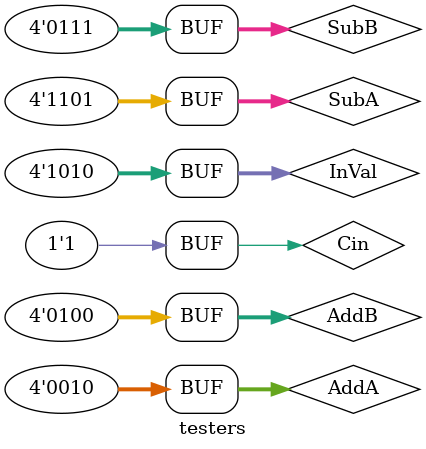
<source format=v>
`timescale 1ns/1ps
module testers();
	reg [3:0] AddA, AddB, SubA, SubB, InVal;
	reg Cin; 
	
	wire [3:0] Sum, twosC, Diff;
	wire sumCout, diffCout, sumOF, diffOF;
	
	FA4 fa4(AddA, AddB, Cin, Sum, sumCout, sumOF);
	twosComp twC(InVal, twosC);
	Rsub4 rsub(SubA, SubB, Diff, diffCout, diffOF);
	
	initial begin
		AddA = 4'b0011; AddB = 4'b1100; Cin = 1'b0; #10; //= 1111 C-0 OF-0
		AddA = 4'b1110; AddB = 4'b0011; Cin = 1'b0; #10; //= 0001 C-1 OF-1(?)
		AddA = 4'b1010; AddB = 4'b0101; Cin = 1'b1; #10; //= 0000 C-1 OF-1(?)
		AddA = 4'b0010; AddB = 4'b0100; Cin = 1'b1; #10; //= 0111 C-0 OF-1(?)
		
		InVal = 4'b0001; #10; //= 1110 -> 1111
		InVal = 4'b0100; #10; //= 1011 -> 1100
		InVal = 4'b1111; #10; //= 0000 -> 0001
		InVal = 4'b1010; #10; //= 0101 -> 0110
		
		SubA = 4'b0111; SubB = 4'b0011; #10; // = 0100
		SubA = 4'b1010; SubB = 4'b1100; #10; // = 1110
		SubA = 4'b0010; SubB = 4'b0001; #10; // = 0001
		SubA = 4'b1101; SubB = 4'b0111; #10; // = 0110
	end
	
endmodule
</source>
